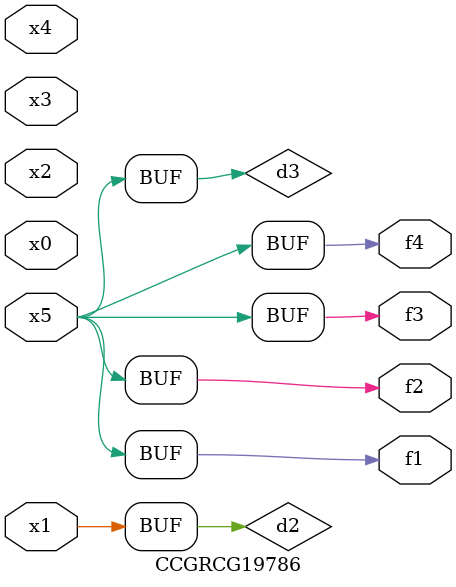
<source format=v>
module CCGRCG19786(
	input x0, x1, x2, x3, x4, x5,
	output f1, f2, f3, f4
);

	wire d1, d2, d3;

	not (d1, x5);
	or (d2, x1);
	xnor (d3, d1);
	assign f1 = d3;
	assign f2 = d3;
	assign f3 = d3;
	assign f4 = d3;
endmodule

</source>
